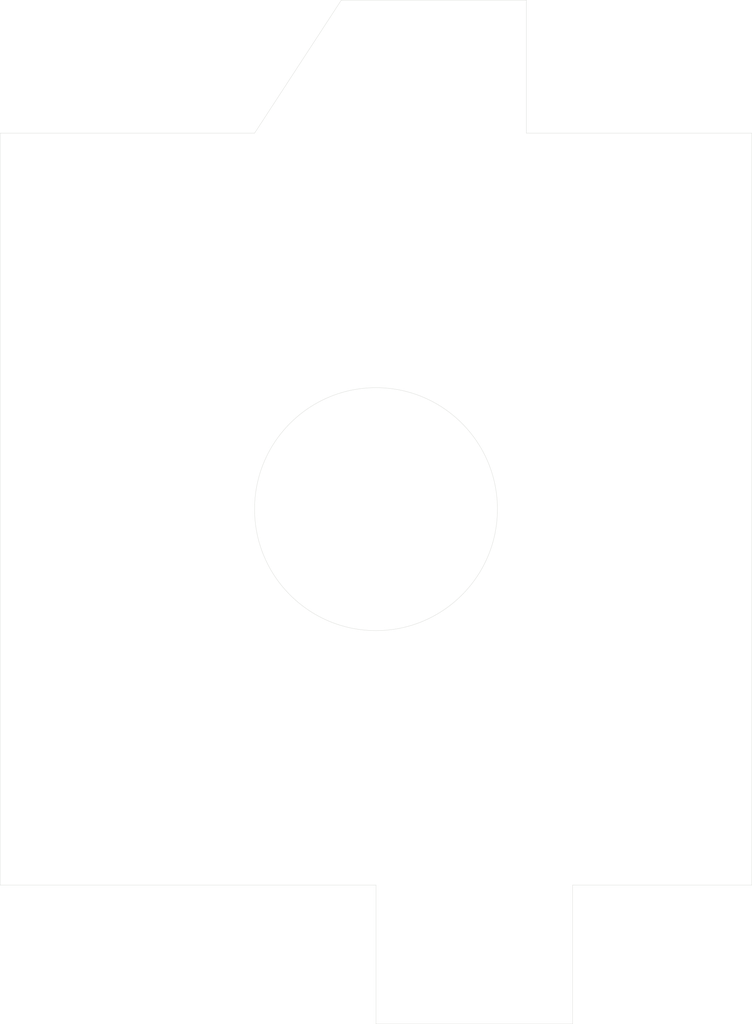
<source format=kicad_pcb>
(kicad_pcb
	(version 20241229)
	(generator "pcbnew")
	(generator_version "9.0")
	(general
		(thickness 1.6)
		(legacy_teardrops no)
	)
	(paper "A4")
	(layers
		(0 "F.Cu" signal)
		(2 "B.Cu" signal)
		(9 "F.Adhes" user "F.Adhesive")
		(11 "B.Adhes" user "B.Adhesive")
		(13 "F.Paste" user)
		(15 "B.Paste" user)
		(5 "F.SilkS" user "F.Silkscreen")
		(7 "B.SilkS" user "B.Silkscreen")
		(1 "F.Mask" user)
		(3 "B.Mask" user)
		(17 "Dwgs.User" user "User.Drawings")
		(19 "Cmts.User" user "User.Comments")
		(21 "Eco1.User" user "User.Eco1")
		(23 "Eco2.User" user "User.Eco2")
		(25 "Edge.Cuts" user)
		(27 "Margin" user)
		(31 "F.CrtYd" user "F.Courtyard")
		(29 "B.CrtYd" user "B.Courtyard")
		(35 "F.Fab" user)
		(33 "B.Fab" user)
		(39 "User.1" user)
		(41 "User.2" user)
		(43 "User.3" user)
		(45 "User.4" user)
	)
	(setup
		(pad_to_mask_clearance 0)
		(allow_soldermask_bridges_in_footprints no)
		(tenting front back)
		(pcbplotparams
			(layerselection 0x00000000_00000000_55555555_5755f5ff)
			(plot_on_all_layers_selection 0x00000000_00000000_00000000_00000000)
			(disableapertmacros no)
			(usegerberextensions no)
			(usegerberattributes yes)
			(usegerberadvancedattributes yes)
			(creategerberjobfile yes)
			(dashed_line_dash_ratio 12.000000)
			(dashed_line_gap_ratio 3.000000)
			(svgprecision 4)
			(plotframeref no)
			(mode 1)
			(useauxorigin no)
			(hpglpennumber 1)
			(hpglpenspeed 20)
			(hpglpendiameter 15.000000)
			(pdf_front_fp_property_popups yes)
			(pdf_back_fp_property_popups yes)
			(pdf_metadata yes)
			(pdf_single_document no)
			(dxfpolygonmode yes)
			(dxfimperialunits yes)
			(dxfusepcbnewfont yes)
			(psnegative no)
			(psa4output no)
			(plot_black_and_white yes)
			(sketchpadsonfab no)
			(plotpadnumbers no)
			(hidednponfab no)
			(sketchdnponfab yes)
			(crossoutdnponfab yes)
			(subtractmaskfromsilk no)
			(outputformat 1)
			(mirror no)
			(drillshape 1)
			(scaleselection 1)
			(outputdirectory "")
		)
	)
	(net 0 "")
	(gr_line
		(start 105 194)
		(end 139 194)
		(stroke
			(width 0.05)
			(type solid)
		)
		(layer "Edge.Cuts")
		(uuid "060b9c2a-cdb0-449d-add4-01dc750d77cb")
	)
	(gr_line
		(start 105 170)
		(end 105 194)
		(stroke
			(width 0.05)
			(type solid)
		)
		(layer "Edge.Cuts")
		(uuid "1734fc70-4282-44f0-a9b1-7af7b9e7ea9f")
	)
	(gr_line
		(start 131 40)
		(end 170 40)
		(stroke
			(width 0.05)
			(type solid)
		)
		(layer "Edge.Cuts")
		(uuid "2ad0797e-1b95-4e06-b800-05ebae36a09e")
	)
	(gr_line
		(start 139 170)
		(end 139 194)
		(stroke
			(width 0.05)
			(type solid)
		)
		(layer "Edge.Cuts")
		(uuid "2d27e296-3ed1-4b2b-a9cd-052ed8a59424")
	)
	(gr_line
		(start 84 40)
		(end 99 17)
		(stroke
			(width 0.05)
			(type solid)
		)
		(layer "Edge.Cuts")
		(uuid "3416fb07-706e-45c0-ae31-eb1e51d88bde")
	)
	(gr_line
		(start 131 40)
		(end 131 17)
		(stroke
			(width 0.05)
			(type solid)
		)
		(layer "Edge.Cuts")
		(uuid "5d9218d6-0ab4-481a-b789-0c9db4a8a5f4")
	)
	(gr_line
		(start 40 40)
		(end 40 170)
		(stroke
			(width 0.05)
			(type solid)
		)
		(layer "Edge.Cuts")
		(uuid "8d31bb91-cd77-47a9-ad50-59b26bdc3d73")
	)
	(gr_line
		(start 99 17)
		(end 131 17)
		(stroke
			(width 0.05)
			(type solid)
		)
		(layer "Edge.Cuts")
		(uuid "9a9edd06-2389-4b18-8550-5527bd69e71a")
	)
	(gr_circle
		(center 105 105)
		(end 126 105)
		(stroke
			(width 0.05)
			(type default)
		)
		(fill no)
		(layer "Edge.Cuts")
		(uuid "c4ff585e-1792-4c45-8bbe-7b555660a6a1")
	)
	(gr_line
		(start 40 170)
		(end 105 170)
		(stroke
			(width 0.05)
			(type solid)
		)
		(layer "Edge.Cuts")
		(uuid "e4f9830a-6ae6-49f0-bf0e-130d64c1613a")
	)
	(gr_line
		(start 40 40)
		(end 84 40)
		(stroke
			(width 0.05)
			(type solid)
		)
		(layer "Edge.Cuts")
		(uuid "ee712a04-86d9-4af9-a135-c6cab7cd9dff")
	)
	(gr_line
		(start 139 170)
		(end 170 170)
		(stroke
			(width 0.05)
			(type solid)
		)
		(layer "Edge.Cuts")
		(uuid "f38079b5-bdb8-48fa-97da-b01206d93d25")
	)
	(gr_line
		(start 170 40)
		(end 170 170)
		(stroke
			(width 0.05)
			(type solid)
		)
		(layer "Edge.Cuts")
		(uuid "f59670ce-57f2-4e1c-b763-b62749c88d72")
	)
	(embedded_fonts no)
)

</source>
